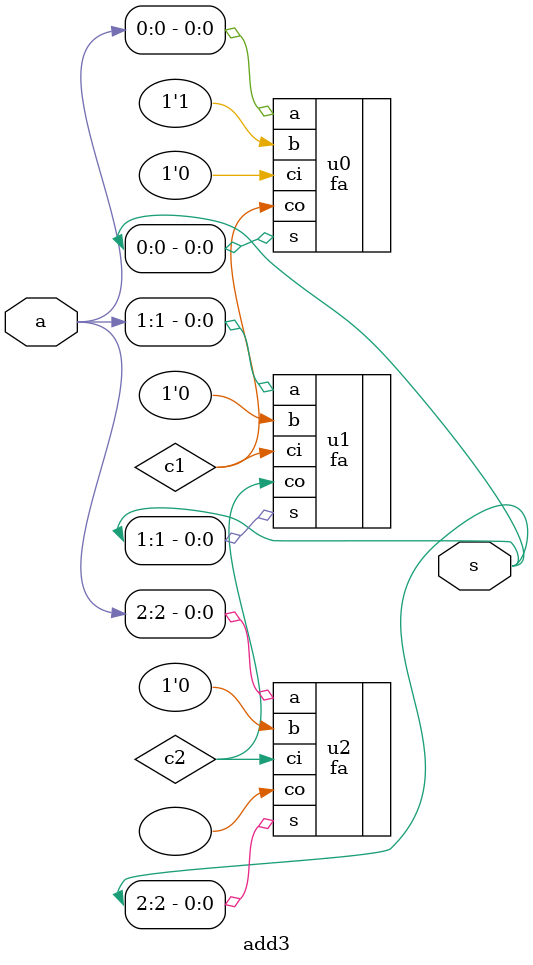
<source format=v>
module add3(
    input  [2:0] a,
    output [2:0] s
);
    wire c1;
    wire c2;

    fa u0(
        .a(a[0]),
        .b(1'b1),
        .ci(1'b0),
        .s(s[0]),
        .co(c1)
    );

    fa u1(
        .a(a[1]),
        .b(1'b0),
        .ci(c1),
        .s(s[1]),
        .co(c2)
    );

    fa u2(
        .a(a[2]),
        .b(1'b0),
        .ci(c2),
        .s(s[2]),
        .co()
    );
endmodule

</source>
